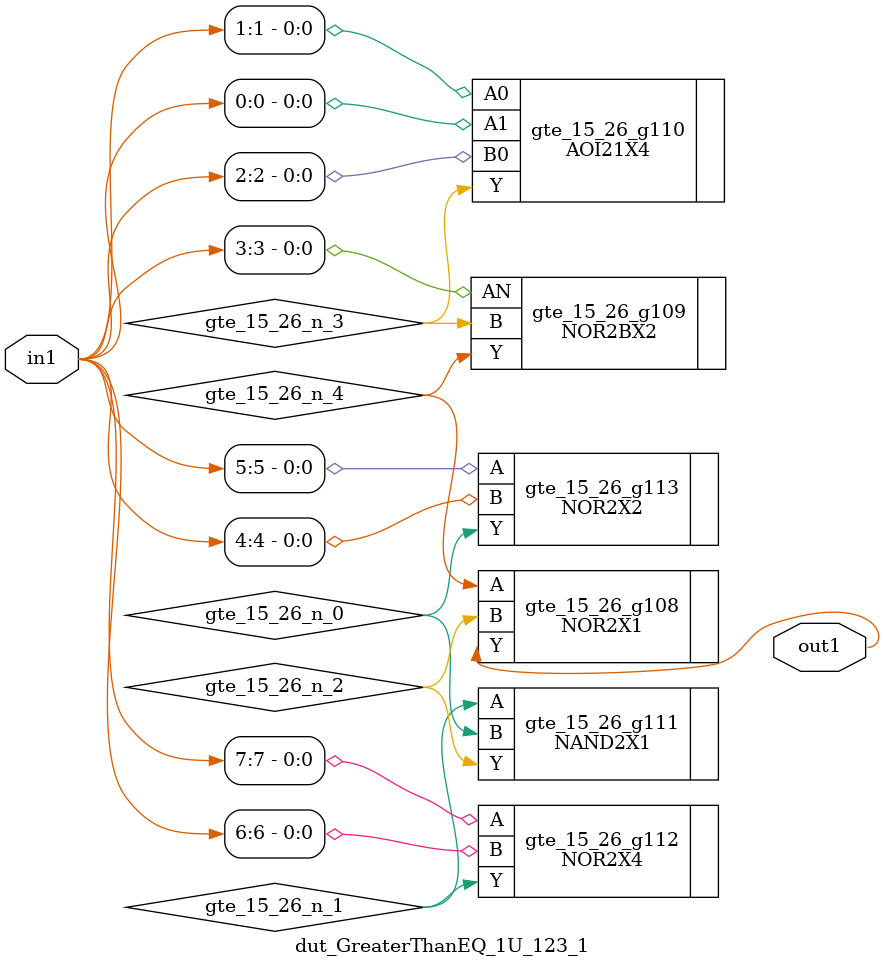
<source format=v>
`timescale 1ps / 1ps


module dut_GreaterThanEQ_1U_123_1(in1, out1);
  input [7:0] in1;
  output out1;
  wire [7:0] in1;
  wire out1;
  wire gte_15_26_n_0, gte_15_26_n_1, gte_15_26_n_2, gte_15_26_n_3,
       gte_15_26_n_4;
  NOR2X1 gte_15_26_g108(.A (gte_15_26_n_4), .B (gte_15_26_n_2), .Y
       (out1));
  NOR2BX2 gte_15_26_g109(.AN (in1[3]), .B (gte_15_26_n_3), .Y
       (gte_15_26_n_4));
  AOI21X4 gte_15_26_g110(.A0 (in1[1]), .A1 (in1[0]), .B0 (in1[2]), .Y
       (gte_15_26_n_3));
  NAND2X1 gte_15_26_g111(.A (gte_15_26_n_1), .B (gte_15_26_n_0), .Y
       (gte_15_26_n_2));
  NOR2X4 gte_15_26_g112(.A (in1[7]), .B (in1[6]), .Y (gte_15_26_n_1));
  NOR2X2 gte_15_26_g113(.A (in1[5]), .B (in1[4]), .Y (gte_15_26_n_0));
endmodule



</source>
